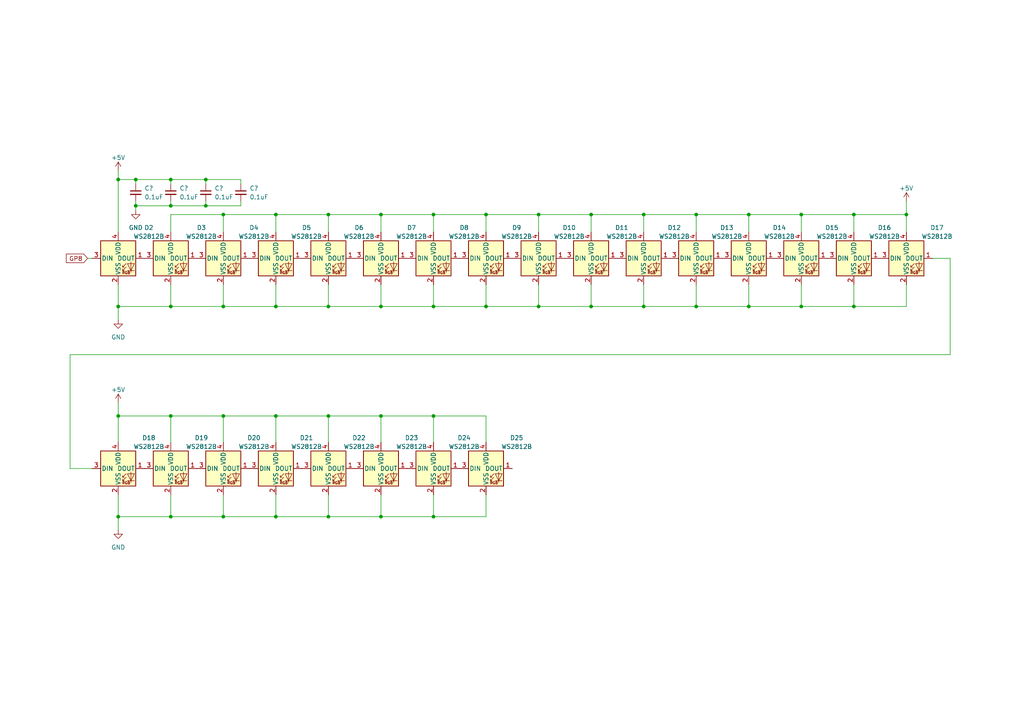
<source format=kicad_sch>
(kicad_sch (version 20230121) (generator eeschema)

  (uuid f7c00132-85f7-4ca3-8dd9-eba1b4ea63a1)

  (paper "A4")

  (lib_symbols
    (symbol "Device:C_Small" (pin_numbers hide) (pin_names (offset 0.254) hide) (in_bom yes) (on_board yes)
      (property "Reference" "C" (at 0.254 1.778 0)
        (effects (font (size 1.27 1.27)) (justify left))
      )
      (property "Value" "C_Small" (at 0.254 -2.032 0)
        (effects (font (size 1.27 1.27)) (justify left))
      )
      (property "Footprint" "" (at 0 0 0)
        (effects (font (size 1.27 1.27)) hide)
      )
      (property "Datasheet" "~" (at 0 0 0)
        (effects (font (size 1.27 1.27)) hide)
      )
      (property "ki_keywords" "capacitor cap" (at 0 0 0)
        (effects (font (size 1.27 1.27)) hide)
      )
      (property "ki_description" "Unpolarized capacitor, small symbol" (at 0 0 0)
        (effects (font (size 1.27 1.27)) hide)
      )
      (property "ki_fp_filters" "C_*" (at 0 0 0)
        (effects (font (size 1.27 1.27)) hide)
      )
      (symbol "C_Small_0_1"
        (polyline
          (pts
            (xy -1.524 -0.508)
            (xy 1.524 -0.508)
          )
          (stroke (width 0.3302) (type default))
          (fill (type none))
        )
        (polyline
          (pts
            (xy -1.524 0.508)
            (xy 1.524 0.508)
          )
          (stroke (width 0.3048) (type default))
          (fill (type none))
        )
      )
      (symbol "C_Small_1_1"
        (pin passive line (at 0 2.54 270) (length 2.032)
          (name "~" (effects (font (size 1.27 1.27))))
          (number "1" (effects (font (size 1.27 1.27))))
        )
        (pin passive line (at 0 -2.54 90) (length 2.032)
          (name "~" (effects (font (size 1.27 1.27))))
          (number "2" (effects (font (size 1.27 1.27))))
        )
      )
    )
    (symbol "LED:WS2812B" (pin_names (offset 0.254)) (in_bom yes) (on_board yes)
      (property "Reference" "D1" (at 8.89 8.89 0)
        (effects (font (size 1.27 1.27)))
      )
      (property "Value" "WS2812B" (at 8.89 6.35 0)
        (effects (font (size 1.27 1.27)))
      )
      (property "Footprint" "LED_SMD:LED_WS2812B-2020_PLCC4_2.0x2.0mm" (at 1.27 -7.62 0)
        (effects (font (size 1.27 1.27)) (justify left top) hide)
      )
      (property "Datasheet" "https://cdn-shop.adafruit.com/datasheets/WS2812B.pdf" (at 2.54 -9.525 0)
        (effects (font (size 1.27 1.27)) (justify left top) hide)
      )
      (property "ki_keywords" "RGB LED NeoPixel addressable" (at 0 0 0)
        (effects (font (size 1.27 1.27)) hide)
      )
      (property "ki_description" "RGB LED with integrated controller" (at 0 0 0)
        (effects (font (size 1.27 1.27)) hide)
      )
      (property "ki_fp_filters" "LED*WS2812*PLCC*5.0x5.0mm*P3.2mm*" (at 0 0 0)
        (effects (font (size 1.27 1.27)) hide)
      )
      (symbol "WS2812B_0_0"
        (text "RGB" (at 2.286 -4.191 0)
          (effects (font (size 0.762 0.762)))
        )
      )
      (symbol "WS2812B_0_1"
        (polyline
          (pts
            (xy 1.27 -3.556)
            (xy 1.778 -3.556)
          )
          (stroke (width 0) (type default))
          (fill (type none))
        )
        (polyline
          (pts
            (xy 1.27 -2.54)
            (xy 1.778 -2.54)
          )
          (stroke (width 0) (type default))
          (fill (type none))
        )
        (polyline
          (pts
            (xy 4.699 -3.556)
            (xy 2.667 -3.556)
          )
          (stroke (width 0) (type default))
          (fill (type none))
        )
        (polyline
          (pts
            (xy 2.286 -2.54)
            (xy 1.27 -3.556)
            (xy 1.27 -3.048)
          )
          (stroke (width 0) (type default))
          (fill (type none))
        )
        (polyline
          (pts
            (xy 2.286 -1.524)
            (xy 1.27 -2.54)
            (xy 1.27 -2.032)
          )
          (stroke (width 0) (type default))
          (fill (type none))
        )
        (polyline
          (pts
            (xy 3.683 -1.016)
            (xy 3.683 -3.556)
            (xy 3.683 -4.064)
          )
          (stroke (width 0) (type default))
          (fill (type none))
        )
        (polyline
          (pts
            (xy 4.699 -1.524)
            (xy 2.667 -1.524)
            (xy 3.683 -3.556)
            (xy 4.699 -1.524)
          )
          (stroke (width 0) (type default))
          (fill (type none))
        )
        (rectangle (start 5.08 5.08) (end -5.08 -5.08)
          (stroke (width 0.254) (type default))
          (fill (type background))
        )
      )
      (symbol "WS2812B_1_1"
        (pin output line (at 7.62 0 180) (length 2.54)
          (name "DOUT" (effects (font (size 1.27 1.27))))
          (number "1" (effects (font (size 1.27 1.27))))
        )
        (pin power_in line (at 0 -7.62 90) (length 2.54)
          (name "VSS" (effects (font (size 1.27 1.27))))
          (number "2" (effects (font (size 1.27 1.27))))
        )
        (pin input line (at -7.62 0 0) (length 2.54)
          (name "DIN" (effects (font (size 1.27 1.27))))
          (number "3" (effects (font (size 1.27 1.27))))
        )
        (pin power_in line (at 0 7.62 270) (length 2.54)
          (name "VDD" (effects (font (size 1.27 1.27))))
          (number "4" (effects (font (size 1.27 1.27))))
        )
      )
    )
    (symbol "power:+5V" (power) (pin_names (offset 0)) (in_bom yes) (on_board yes)
      (property "Reference" "#PWR" (at 0 -3.81 0)
        (effects (font (size 1.27 1.27)) hide)
      )
      (property "Value" "+5V" (at 0 3.556 0)
        (effects (font (size 1.27 1.27)))
      )
      (property "Footprint" "" (at 0 0 0)
        (effects (font (size 1.27 1.27)) hide)
      )
      (property "Datasheet" "" (at 0 0 0)
        (effects (font (size 1.27 1.27)) hide)
      )
      (property "ki_keywords" "global power" (at 0 0 0)
        (effects (font (size 1.27 1.27)) hide)
      )
      (property "ki_description" "Power symbol creates a global label with name \"+5V\"" (at 0 0 0)
        (effects (font (size 1.27 1.27)) hide)
      )
      (symbol "+5V_0_1"
        (polyline
          (pts
            (xy -0.762 1.27)
            (xy 0 2.54)
          )
          (stroke (width 0) (type default))
          (fill (type none))
        )
        (polyline
          (pts
            (xy 0 0)
            (xy 0 2.54)
          )
          (stroke (width 0) (type default))
          (fill (type none))
        )
        (polyline
          (pts
            (xy 0 2.54)
            (xy 0.762 1.27)
          )
          (stroke (width 0) (type default))
          (fill (type none))
        )
      )
      (symbol "+5V_1_1"
        (pin power_in line (at 0 0 90) (length 0) hide
          (name "+5V" (effects (font (size 1.27 1.27))))
          (number "1" (effects (font (size 1.27 1.27))))
        )
      )
    )
    (symbol "power:GND" (power) (pin_names (offset 0)) (in_bom yes) (on_board yes)
      (property "Reference" "#PWR" (at 0 -6.35 0)
        (effects (font (size 1.27 1.27)) hide)
      )
      (property "Value" "GND" (at 0 -3.81 0)
        (effects (font (size 1.27 1.27)))
      )
      (property "Footprint" "" (at 0 0 0)
        (effects (font (size 1.27 1.27)) hide)
      )
      (property "Datasheet" "" (at 0 0 0)
        (effects (font (size 1.27 1.27)) hide)
      )
      (property "ki_keywords" "power-flag" (at 0 0 0)
        (effects (font (size 1.27 1.27)) hide)
      )
      (property "ki_description" "Power symbol creates a global label with name \"GND\" , ground" (at 0 0 0)
        (effects (font (size 1.27 1.27)) hide)
      )
      (symbol "GND_0_1"
        (polyline
          (pts
            (xy 0 0)
            (xy 0 -1.27)
            (xy 1.27 -1.27)
            (xy 0 -2.54)
            (xy -1.27 -1.27)
            (xy 0 -1.27)
          )
          (stroke (width 0) (type default))
          (fill (type none))
        )
      )
      (symbol "GND_1_1"
        (pin power_in line (at 0 0 270) (length 0) hide
          (name "GND" (effects (font (size 1.27 1.27))))
          (number "1" (effects (font (size 1.27 1.27))))
        )
      )
    )
  )

  (junction (at 95.25 62.23) (diameter 0) (color 0 0 0 0)
    (uuid 08f7f357-e2d5-4867-a394-977783328586)
  )
  (junction (at 95.25 149.86) (diameter 0) (color 0 0 0 0)
    (uuid 0e87a1a8-b60b-472d-9d47-336898a7cb48)
  )
  (junction (at 201.93 62.23) (diameter 0) (color 0 0 0 0)
    (uuid 151492ac-2aa9-4aed-9fba-0bc05bd8645c)
  )
  (junction (at 80.01 149.86) (diameter 0) (color 0 0 0 0)
    (uuid 1dbcc120-7925-4ad5-b9ea-e3f6341041f2)
  )
  (junction (at 95.25 88.9) (diameter 0) (color 0 0 0 0)
    (uuid 1dd148a1-ffd1-4fcb-871d-cd6a0334ce57)
  )
  (junction (at 59.69 59.69) (diameter 0) (color 0 0 0 0)
    (uuid 226aff46-0d1c-4902-b271-e85703bbfb5e)
  )
  (junction (at 232.41 62.23) (diameter 0) (color 0 0 0 0)
    (uuid 26848463-18f8-442e-9920-518b6fe9adb2)
  )
  (junction (at 171.45 62.23) (diameter 0) (color 0 0 0 0)
    (uuid 2f8d9aef-5087-409e-b89d-9e5d2a4e525a)
  )
  (junction (at 156.21 88.9) (diameter 0) (color 0 0 0 0)
    (uuid 32b9a5b7-d35b-4c2e-8d00-89e786312977)
  )
  (junction (at 34.29 120.65) (diameter 0) (color 0 0 0 0)
    (uuid 338d4335-70c4-4ada-b598-72432bc45869)
  )
  (junction (at 95.25 120.65) (diameter 0) (color 0 0 0 0)
    (uuid 376c5425-7dfd-46b2-9230-f21d6d62bf65)
  )
  (junction (at 49.53 59.69) (diameter 0) (color 0 0 0 0)
    (uuid 38e92084-1732-4191-9f6a-44e23278816e)
  )
  (junction (at 171.45 88.9) (diameter 0) (color 0 0 0 0)
    (uuid 44345044-3ca1-408a-bf03-7b0088be6c7f)
  )
  (junction (at 80.01 120.65) (diameter 0) (color 0 0 0 0)
    (uuid 50c61bd1-f0b9-486f-ab6e-90f5e2ba8acb)
  )
  (junction (at 125.73 88.9) (diameter 0) (color 0 0 0 0)
    (uuid 534e53a1-657c-4564-874b-9f743de2f7ff)
  )
  (junction (at 49.53 120.65) (diameter 0) (color 0 0 0 0)
    (uuid 54f2a1a9-e521-4be9-b798-55fac67a0d79)
  )
  (junction (at 186.69 62.23) (diameter 0) (color 0 0 0 0)
    (uuid 6185d11b-14b0-4550-8488-849fd7bd63b9)
  )
  (junction (at 110.49 88.9) (diameter 0) (color 0 0 0 0)
    (uuid 61e6529f-885a-4b3d-b3a9-42383663f6a2)
  )
  (junction (at 125.73 149.86) (diameter 0) (color 0 0 0 0)
    (uuid 6632e702-1679-4a2b-bc09-a796abde8909)
  )
  (junction (at 80.01 88.9) (diameter 0) (color 0 0 0 0)
    (uuid 669e9ea7-9c9d-4456-87d5-fa005f2e9328)
  )
  (junction (at 39.37 59.69) (diameter 0) (color 0 0 0 0)
    (uuid 69b54ede-d38f-45cc-84e8-43be21183826)
  )
  (junction (at 64.77 88.9) (diameter 0) (color 0 0 0 0)
    (uuid 826a39db-5a85-4e4b-8942-38a5d18796a7)
  )
  (junction (at 247.65 88.9) (diameter 0) (color 0 0 0 0)
    (uuid 83508e53-a78e-412e-9079-cca42731d618)
  )
  (junction (at 34.29 88.9) (diameter 0) (color 0 0 0 0)
    (uuid 9cf05322-c568-4807-b264-03138b03d888)
  )
  (junction (at 186.69 88.9) (diameter 0) (color 0 0 0 0)
    (uuid a5861ae5-9895-4bc9-819c-f2f41cc95964)
  )
  (junction (at 217.17 88.9) (diameter 0) (color 0 0 0 0)
    (uuid acff906f-6485-4ae7-b4cb-94cc320191b0)
  )
  (junction (at 156.21 62.23) (diameter 0) (color 0 0 0 0)
    (uuid aedb667e-8345-4c0c-b0e2-ca3157620dfa)
  )
  (junction (at 34.29 149.86) (diameter 0) (color 0 0 0 0)
    (uuid b58efd33-05d9-4c64-a808-e84b90a48a75)
  )
  (junction (at 64.77 149.86) (diameter 0) (color 0 0 0 0)
    (uuid baecde6c-4a89-4bd4-82bf-49a03187ac09)
  )
  (junction (at 59.69 52.07) (diameter 0) (color 0 0 0 0)
    (uuid bc59cb00-b6a7-4c07-b742-83bdb982a974)
  )
  (junction (at 110.49 120.65) (diameter 0) (color 0 0 0 0)
    (uuid bd3d8827-9695-42a6-8e0c-cf17fb8d5b6d)
  )
  (junction (at 110.49 149.86) (diameter 0) (color 0 0 0 0)
    (uuid bddb6e4f-91fc-4672-a0fb-722be2552693)
  )
  (junction (at 201.93 88.9) (diameter 0) (color 0 0 0 0)
    (uuid c9184478-c808-4f8c-8f4e-c2fbb124f76d)
  )
  (junction (at 49.53 52.07) (diameter 0) (color 0 0 0 0)
    (uuid cb4ca9a5-035f-486c-b107-24f1a29fb8cd)
  )
  (junction (at 64.77 62.23) (diameter 0) (color 0 0 0 0)
    (uuid cfd75daa-d47c-4a21-8a86-d016e1f1c096)
  )
  (junction (at 110.49 62.23) (diameter 0) (color 0 0 0 0)
    (uuid d36ef9b5-3971-4428-a8ed-75aba445048c)
  )
  (junction (at 232.41 88.9) (diameter 0) (color 0 0 0 0)
    (uuid d60af205-f079-4c9e-8c0e-afae668440dc)
  )
  (junction (at 125.73 62.23) (diameter 0) (color 0 0 0 0)
    (uuid deae9cee-f2d8-4909-acb1-39fd5e4b713c)
  )
  (junction (at 125.73 120.65) (diameter 0) (color 0 0 0 0)
    (uuid e0074cbb-d023-4545-a8f9-a7e45cd006c4)
  )
  (junction (at 64.77 120.65) (diameter 0) (color 0 0 0 0)
    (uuid e00eb093-aff5-437a-a8cc-69c993705918)
  )
  (junction (at 247.65 62.23) (diameter 0) (color 0 0 0 0)
    (uuid e0253067-0ac7-471e-a0ed-2ee08096b5cd)
  )
  (junction (at 80.01 62.23) (diameter 0) (color 0 0 0 0)
    (uuid e4ba1d5b-4d8c-4127-8862-fb244e4f12a9)
  )
  (junction (at 34.29 52.07) (diameter 0) (color 0 0 0 0)
    (uuid e6ad7eed-82d1-48d4-a8fa-2aeb11f15ee5)
  )
  (junction (at 49.53 149.86) (diameter 0) (color 0 0 0 0)
    (uuid ed2683a6-4b7d-4067-96cc-06c8094927b0)
  )
  (junction (at 217.17 62.23) (diameter 0) (color 0 0 0 0)
    (uuid efed70a5-835e-4856-a540-7c059544d809)
  )
  (junction (at 49.53 88.9) (diameter 0) (color 0 0 0 0)
    (uuid f0d62d53-14d1-4340-a8c5-a29b51018f6e)
  )
  (junction (at 140.97 62.23) (diameter 0) (color 0 0 0 0)
    (uuid f197af9d-11ee-419e-9b2e-0a5e6d2fe824)
  )
  (junction (at 262.89 62.23) (diameter 0) (color 0 0 0 0)
    (uuid f8eb3a48-6062-4ec6-bb09-8c7dfcb54e2d)
  )
  (junction (at 140.97 88.9) (diameter 0) (color 0 0 0 0)
    (uuid f9f09786-471d-45fa-a183-0307167ebf28)
  )
  (junction (at 39.37 52.07) (diameter 0) (color 0 0 0 0)
    (uuid fc1cd6e7-d996-46d7-a35e-8afde001039b)
  )

  (wire (pts (xy 49.53 58.42) (xy 49.53 59.69))
    (stroke (width 0) (type default))
    (uuid 0316d1a0-273f-4e9e-a962-025b5e930fde)
  )
  (wire (pts (xy 34.29 149.86) (xy 34.29 153.67))
    (stroke (width 0) (type default))
    (uuid 05cb5981-c6e4-4793-b9e3-0ffedcf54955)
  )
  (wire (pts (xy 201.93 88.9) (xy 217.17 88.9))
    (stroke (width 0) (type default))
    (uuid 062cf347-9bc2-494e-860f-fa9a0eadd084)
  )
  (wire (pts (xy 64.77 120.65) (xy 49.53 120.65))
    (stroke (width 0) (type default))
    (uuid 06ca4825-8a26-40ea-91df-9d949a2a226b)
  )
  (wire (pts (xy 80.01 120.65) (xy 64.77 120.65))
    (stroke (width 0) (type default))
    (uuid 0b62bd4d-63c8-48a0-94fb-dd134261ceb2)
  )
  (wire (pts (xy 69.85 53.34) (xy 69.85 52.07))
    (stroke (width 0) (type default))
    (uuid 0c890938-686f-4ef2-b9ec-9cbe0f64fb58)
  )
  (wire (pts (xy 171.45 88.9) (xy 186.69 88.9))
    (stroke (width 0) (type default))
    (uuid 0d913fa5-9769-41d3-a47b-0691065b29b2)
  )
  (wire (pts (xy 217.17 88.9) (xy 232.41 88.9))
    (stroke (width 0) (type default))
    (uuid 0eac772d-7163-4e7c-a6ca-24a7f5fa583f)
  )
  (wire (pts (xy 34.29 49.53) (xy 34.29 52.07))
    (stroke (width 0) (type default))
    (uuid 0fa2ad8b-d6ba-4e2f-9b46-3a1a6516765f)
  )
  (wire (pts (xy 217.17 62.23) (xy 217.17 67.31))
    (stroke (width 0) (type default))
    (uuid 103ba1b0-380a-4c60-a8a1-58b8b7df014d)
  )
  (wire (pts (xy 49.53 149.86) (xy 64.77 149.86))
    (stroke (width 0) (type default))
    (uuid 1605d1aa-aa88-43c1-b565-65ed2391c550)
  )
  (wire (pts (xy 95.25 82.55) (xy 95.25 88.9))
    (stroke (width 0) (type default))
    (uuid 18d7a7b1-85ac-4a9e-b0c2-4c990a6e3f99)
  )
  (wire (pts (xy 186.69 67.31) (xy 186.69 62.23))
    (stroke (width 0) (type default))
    (uuid 19124eb4-cce7-4739-b9a7-6d6a566ddd8c)
  )
  (wire (pts (xy 275.59 102.87) (xy 20.32 102.87))
    (stroke (width 0) (type default))
    (uuid 1bcf8a7b-b789-4c67-b5ba-b0ec044089ef)
  )
  (wire (pts (xy 275.59 74.93) (xy 275.59 102.87))
    (stroke (width 0) (type default))
    (uuid 1f58c178-17a1-4d2e-b6cc-5ae33bcc986b)
  )
  (wire (pts (xy 247.65 88.9) (xy 262.89 88.9))
    (stroke (width 0) (type default))
    (uuid 1f5f7356-c8bd-43d8-b010-a2222de0af78)
  )
  (wire (pts (xy 110.49 82.55) (xy 110.49 88.9))
    (stroke (width 0) (type default))
    (uuid 2063093f-376f-401f-a3a6-ef89fa1ea8ea)
  )
  (wire (pts (xy 49.53 53.34) (xy 49.53 52.07))
    (stroke (width 0) (type default))
    (uuid 21ff39b6-90c4-42f2-b90b-2c4d07653477)
  )
  (wire (pts (xy 201.93 62.23) (xy 217.17 62.23))
    (stroke (width 0) (type default))
    (uuid 254bb7d1-d12a-4893-b88c-96417f4389b8)
  )
  (wire (pts (xy 140.97 128.27) (xy 140.97 120.65))
    (stroke (width 0) (type default))
    (uuid 26bffdd9-7fb8-45d4-b836-3d7d62bc342c)
  )
  (wire (pts (xy 232.41 88.9) (xy 247.65 88.9))
    (stroke (width 0) (type default))
    (uuid 29c35c3b-56d9-4b0b-ad3a-92f2510dbe31)
  )
  (wire (pts (xy 232.41 82.55) (xy 232.41 88.9))
    (stroke (width 0) (type default))
    (uuid 2b499536-28d7-415b-bbfa-051b3dc06ef3)
  )
  (wire (pts (xy 262.89 58.42) (xy 262.89 62.23))
    (stroke (width 0) (type default))
    (uuid 2d04920d-8fb7-4dc0-8415-415c1535e448)
  )
  (wire (pts (xy 125.73 88.9) (xy 140.97 88.9))
    (stroke (width 0) (type default))
    (uuid 2f80c2fd-b58d-4384-86e7-e5ef2541252e)
  )
  (wire (pts (xy 34.29 143.51) (xy 34.29 149.86))
    (stroke (width 0) (type default))
    (uuid 2f9755c8-0b60-48bc-a2f4-1549fbf7c7ec)
  )
  (wire (pts (xy 39.37 59.69) (xy 39.37 58.42))
    (stroke (width 0) (type default))
    (uuid 34ff8d47-ef14-4651-ae7c-9babed282423)
  )
  (wire (pts (xy 49.53 52.07) (xy 59.69 52.07))
    (stroke (width 0) (type default))
    (uuid 36f2a91d-5aab-4e3a-ae7b-5c9012b566e2)
  )
  (wire (pts (xy 64.77 88.9) (xy 80.01 88.9))
    (stroke (width 0) (type default))
    (uuid 3a9ecc5e-3df2-41a0-ba98-6ac7469deefd)
  )
  (wire (pts (xy 156.21 62.23) (xy 171.45 62.23))
    (stroke (width 0) (type default))
    (uuid 3bdefcaa-8324-4862-baf9-acdc3c1d0923)
  )
  (wire (pts (xy 20.32 135.89) (xy 26.67 135.89))
    (stroke (width 0) (type default))
    (uuid 41c3522b-b401-480b-972d-8cebe7af8d8f)
  )
  (wire (pts (xy 34.29 116.84) (xy 34.29 120.65))
    (stroke (width 0) (type default))
    (uuid 4232346d-d08d-43a9-a3af-1711e44104a5)
  )
  (wire (pts (xy 125.73 120.65) (xy 140.97 120.65))
    (stroke (width 0) (type default))
    (uuid 426c4e5a-2e88-48ea-993b-b51fd970134f)
  )
  (wire (pts (xy 95.25 149.86) (xy 110.49 149.86))
    (stroke (width 0) (type default))
    (uuid 43f66c24-6935-49cb-a8c7-152c3a1c79a1)
  )
  (wire (pts (xy 64.77 149.86) (xy 80.01 149.86))
    (stroke (width 0) (type default))
    (uuid 453580be-a5d0-4c1d-b0fa-23a933d38d32)
  )
  (wire (pts (xy 59.69 59.69) (xy 69.85 59.69))
    (stroke (width 0) (type default))
    (uuid 47084a50-984f-475d-9bea-30d0b28e6e62)
  )
  (wire (pts (xy 39.37 52.07) (xy 49.53 52.07))
    (stroke (width 0) (type default))
    (uuid 4798d878-78cb-40b3-a075-62992f2518dc)
  )
  (wire (pts (xy 247.65 62.23) (xy 262.89 62.23))
    (stroke (width 0) (type default))
    (uuid 4b16675a-bd09-4828-9a51-3fc6cc01060f)
  )
  (wire (pts (xy 110.49 149.86) (xy 125.73 149.86))
    (stroke (width 0) (type default))
    (uuid 4c3d52ea-cccb-46d1-8921-323003e6c46c)
  )
  (wire (pts (xy 171.45 62.23) (xy 171.45 67.31))
    (stroke (width 0) (type default))
    (uuid 4c8323a8-0fbf-49de-b626-e3b08da4c8f9)
  )
  (wire (pts (xy 95.25 143.51) (xy 95.25 149.86))
    (stroke (width 0) (type default))
    (uuid 4c8d1a94-0c4c-4e10-a312-2f58995a27ab)
  )
  (wire (pts (xy 201.93 82.55) (xy 201.93 88.9))
    (stroke (width 0) (type default))
    (uuid 4d546a06-842b-4587-af68-e03150736db6)
  )
  (wire (pts (xy 64.77 120.65) (xy 64.77 128.27))
    (stroke (width 0) (type default))
    (uuid 4dd4d172-8440-4543-9076-ffe83296ffa7)
  )
  (wire (pts (xy 95.25 62.23) (xy 110.49 62.23))
    (stroke (width 0) (type default))
    (uuid 4f4a01db-ffea-4db7-b3ed-3c676c777151)
  )
  (wire (pts (xy 59.69 52.07) (xy 69.85 52.07))
    (stroke (width 0) (type default))
    (uuid 54fdaabd-2ee3-4658-9d28-674d75cf7077)
  )
  (wire (pts (xy 95.25 88.9) (xy 110.49 88.9))
    (stroke (width 0) (type default))
    (uuid 5596070a-d642-4349-98df-accdc9eaf836)
  )
  (wire (pts (xy 39.37 60.96) (xy 39.37 59.69))
    (stroke (width 0) (type default))
    (uuid 573a0b0d-eb6f-411e-af61-e635c4df30df)
  )
  (wire (pts (xy 49.53 88.9) (xy 64.77 88.9))
    (stroke (width 0) (type default))
    (uuid 58093629-d57f-433a-b8ce-21bd292d4ec5)
  )
  (wire (pts (xy 49.53 120.65) (xy 49.53 128.27))
    (stroke (width 0) (type default))
    (uuid 59dc9ef2-6f28-4021-bea9-e54420c1a7db)
  )
  (wire (pts (xy 34.29 120.65) (xy 34.29 128.27))
    (stroke (width 0) (type default))
    (uuid 5a210a6e-9268-4fbe-b2cc-c68cdecda5aa)
  )
  (wire (pts (xy 110.49 143.51) (xy 110.49 149.86))
    (stroke (width 0) (type default))
    (uuid 5cf068ac-6cf3-4514-876a-cc87632f1485)
  )
  (wire (pts (xy 80.01 143.51) (xy 80.01 149.86))
    (stroke (width 0) (type default))
    (uuid 5d70084a-cc5c-49a4-b13c-9890f8d0ac82)
  )
  (wire (pts (xy 39.37 53.34) (xy 39.37 52.07))
    (stroke (width 0) (type default))
    (uuid 5eff048e-76fe-4926-bf76-714680b4eb79)
  )
  (wire (pts (xy 110.49 128.27) (xy 110.49 120.65))
    (stroke (width 0) (type default))
    (uuid 5fab095a-f114-4282-83cb-0f3fc8ba8795)
  )
  (wire (pts (xy 39.37 59.69) (xy 49.53 59.69))
    (stroke (width 0) (type default))
    (uuid 65880aed-7d7f-4a3a-80ad-17d2016e9748)
  )
  (wire (pts (xy 49.53 59.69) (xy 59.69 59.69))
    (stroke (width 0) (type default))
    (uuid 67301db0-4ba3-49ec-aab4-9a7f8a68ec8a)
  )
  (wire (pts (xy 95.25 62.23) (xy 95.25 67.31))
    (stroke (width 0) (type default))
    (uuid 6b7a502a-cf71-4db8-9c7d-351b89df26de)
  )
  (wire (pts (xy 140.97 62.23) (xy 140.97 67.31))
    (stroke (width 0) (type default))
    (uuid 6d62fc3e-7984-4979-bb97-fea5d023e713)
  )
  (wire (pts (xy 125.73 62.23) (xy 140.97 62.23))
    (stroke (width 0) (type default))
    (uuid 6f9b4ed1-0d18-458b-82a5-ebdec9cc6a0b)
  )
  (wire (pts (xy 262.89 62.23) (xy 262.89 67.31))
    (stroke (width 0) (type default))
    (uuid 779bcc3e-3c05-4712-94cb-441d0361861e)
  )
  (wire (pts (xy 232.41 62.23) (xy 232.41 67.31))
    (stroke (width 0) (type default))
    (uuid 77a4f37e-8566-434d-b455-700cebdbfbc2)
  )
  (wire (pts (xy 125.73 120.65) (xy 125.73 128.27))
    (stroke (width 0) (type default))
    (uuid 7801c041-503c-4fef-bc54-dcc015c4390d)
  )
  (wire (pts (xy 125.73 149.86) (xy 140.97 149.86))
    (stroke (width 0) (type default))
    (uuid 82bfec5b-be7f-4003-b7fa-68057cb0e56b)
  )
  (wire (pts (xy 270.51 74.93) (xy 275.59 74.93))
    (stroke (width 0) (type default))
    (uuid 846c9bab-afc0-41c4-853c-6d573cffaf97)
  )
  (wire (pts (xy 49.53 120.65) (xy 34.29 120.65))
    (stroke (width 0) (type default))
    (uuid 85342164-bf2d-4502-a603-38be8a4c86bf)
  )
  (wire (pts (xy 186.69 82.55) (xy 186.69 88.9))
    (stroke (width 0) (type default))
    (uuid 8a8b5190-5e55-43fc-9b5d-c2fbd0f04d3f)
  )
  (wire (pts (xy 201.93 62.23) (xy 201.93 67.31))
    (stroke (width 0) (type default))
    (uuid 8d7103f3-463f-46f5-83b4-a1b521fb2082)
  )
  (wire (pts (xy 247.65 82.55) (xy 247.65 88.9))
    (stroke (width 0) (type default))
    (uuid 8e180073-821f-439c-994a-09da6f0f3957)
  )
  (wire (pts (xy 140.97 88.9) (xy 156.21 88.9))
    (stroke (width 0) (type default))
    (uuid 8e9bdc4c-d6dc-4f29-a3a9-69064fac2629)
  )
  (wire (pts (xy 59.69 52.07) (xy 59.69 53.34))
    (stroke (width 0) (type default))
    (uuid 92a8496b-1600-408c-bfd9-787fab5ffd42)
  )
  (wire (pts (xy 232.41 62.23) (xy 247.65 62.23))
    (stroke (width 0) (type default))
    (uuid 93bab32e-7bb6-4a44-bef6-3dcfcbd304d0)
  )
  (wire (pts (xy 110.49 62.23) (xy 110.49 67.31))
    (stroke (width 0) (type default))
    (uuid 94b273bb-5655-4131-9667-43384b8e999d)
  )
  (wire (pts (xy 34.29 52.07) (xy 34.29 67.31))
    (stroke (width 0) (type default))
    (uuid 95eaf8c5-968d-4630-b794-2c5315ccbace)
  )
  (wire (pts (xy 64.77 143.51) (xy 64.77 149.86))
    (stroke (width 0) (type default))
    (uuid 969215ea-1d50-4276-b626-b8988a62cb91)
  )
  (wire (pts (xy 39.37 52.07) (xy 34.29 52.07))
    (stroke (width 0) (type default))
    (uuid 987d8523-ca26-4b8a-9efd-5f1059d8be77)
  )
  (wire (pts (xy 49.53 67.31) (xy 49.53 62.23))
    (stroke (width 0) (type default))
    (uuid a16b8255-b668-4a7b-9aba-ee0efff0d237)
  )
  (wire (pts (xy 156.21 62.23) (xy 156.21 67.31))
    (stroke (width 0) (type default))
    (uuid a1a4441a-3a86-4ac9-b167-4d7a53c2dea1)
  )
  (wire (pts (xy 69.85 58.42) (xy 69.85 59.69))
    (stroke (width 0) (type default))
    (uuid add59f35-e70f-4c49-8616-e89562edc547)
  )
  (wire (pts (xy 64.77 82.55) (xy 64.77 88.9))
    (stroke (width 0) (type default))
    (uuid ade8ddb9-8ab0-4ca3-8bf0-110bb893f783)
  )
  (wire (pts (xy 186.69 88.9) (xy 201.93 88.9))
    (stroke (width 0) (type default))
    (uuid adf355d0-e090-47f1-af16-3798e3331f95)
  )
  (wire (pts (xy 34.29 82.55) (xy 34.29 88.9))
    (stroke (width 0) (type default))
    (uuid b0c318cc-c8ed-4a17-8ea8-33745081c2f6)
  )
  (wire (pts (xy 80.01 62.23) (xy 80.01 67.31))
    (stroke (width 0) (type default))
    (uuid b1bc2137-f39c-4ad0-91d2-ea95519e4173)
  )
  (wire (pts (xy 217.17 82.55) (xy 217.17 88.9))
    (stroke (width 0) (type default))
    (uuid b3cb812e-1bf9-45ce-9cbb-4fbafb8c2b73)
  )
  (wire (pts (xy 64.77 62.23) (xy 64.77 67.31))
    (stroke (width 0) (type default))
    (uuid b4043f43-5224-4699-99cd-b15229d0a051)
  )
  (wire (pts (xy 110.49 88.9) (xy 125.73 88.9))
    (stroke (width 0) (type default))
    (uuid b5974c00-53f2-4328-b445-c695388eb179)
  )
  (wire (pts (xy 125.73 82.55) (xy 125.73 88.9))
    (stroke (width 0) (type default))
    (uuid ba9332ef-c023-404a-8e85-fa6d09ce13d6)
  )
  (wire (pts (xy 217.17 62.23) (xy 232.41 62.23))
    (stroke (width 0) (type default))
    (uuid c1602656-c0d9-49d6-a07c-22c949637158)
  )
  (wire (pts (xy 110.49 120.65) (xy 125.73 120.65))
    (stroke (width 0) (type default))
    (uuid c1e8abf6-298a-40bb-bd3d-28c6b36a0989)
  )
  (wire (pts (xy 125.73 143.51) (xy 125.73 149.86))
    (stroke (width 0) (type default))
    (uuid c3225201-5c1d-4f78-ade2-49f89a959525)
  )
  (wire (pts (xy 95.25 120.65) (xy 95.25 128.27))
    (stroke (width 0) (type default))
    (uuid c7493eb3-cb39-4142-b5fd-c02404c05773)
  )
  (wire (pts (xy 49.53 82.55) (xy 49.53 88.9))
    (stroke (width 0) (type default))
    (uuid c7989a4a-3ee1-4fcc-b593-5195624a5441)
  )
  (wire (pts (xy 140.97 143.51) (xy 140.97 149.86))
    (stroke (width 0) (type default))
    (uuid cabd9175-ce02-4463-8de6-1e6d0935e1a8)
  )
  (wire (pts (xy 34.29 88.9) (xy 34.29 92.71))
    (stroke (width 0) (type default))
    (uuid cacacec1-dedf-479e-9527-0529e461b0c1)
  )
  (wire (pts (xy 25.4 74.93) (xy 26.67 74.93))
    (stroke (width 0) (type default))
    (uuid d1af9ec0-580a-45fe-b7b9-244e98c47eeb)
  )
  (wire (pts (xy 80.01 82.55) (xy 80.01 88.9))
    (stroke (width 0) (type default))
    (uuid da635f66-164a-44ee-a5f6-0fccf1ead605)
  )
  (wire (pts (xy 49.53 62.23) (xy 64.77 62.23))
    (stroke (width 0) (type default))
    (uuid dadd5748-f77b-4389-95ee-4274e2923310)
  )
  (wire (pts (xy 262.89 82.55) (xy 262.89 88.9))
    (stroke (width 0) (type default))
    (uuid e3b9915b-538c-4590-beb4-fcddcf9b084b)
  )
  (wire (pts (xy 64.77 62.23) (xy 80.01 62.23))
    (stroke (width 0) (type default))
    (uuid e45306e4-b78a-4d2b-bd1b-7a70437a0a30)
  )
  (wire (pts (xy 156.21 82.55) (xy 156.21 88.9))
    (stroke (width 0) (type default))
    (uuid e6a51ea5-b286-4181-a3d1-0479525bc10f)
  )
  (wire (pts (xy 34.29 88.9) (xy 49.53 88.9))
    (stroke (width 0) (type default))
    (uuid e8b39522-d051-4e33-87f4-c164331e0680)
  )
  (wire (pts (xy 140.97 62.23) (xy 156.21 62.23))
    (stroke (width 0) (type default))
    (uuid e91b1bf2-1d7a-4823-ac38-68999e916902)
  )
  (wire (pts (xy 59.69 58.42) (xy 59.69 59.69))
    (stroke (width 0) (type default))
    (uuid e9644d65-a9d1-4bd6-89e9-ccbb9faaff1c)
  )
  (wire (pts (xy 34.29 149.86) (xy 49.53 149.86))
    (stroke (width 0) (type default))
    (uuid e9853806-43b8-4743-b22e-cf333a6bfca4)
  )
  (wire (pts (xy 80.01 88.9) (xy 95.25 88.9))
    (stroke (width 0) (type default))
    (uuid ea37814b-715c-43de-a847-04629a30d248)
  )
  (wire (pts (xy 247.65 62.23) (xy 247.65 67.31))
    (stroke (width 0) (type default))
    (uuid eb4df0c7-95c0-4a9d-87f2-4c24c5f43c94)
  )
  (wire (pts (xy 171.45 82.55) (xy 171.45 88.9))
    (stroke (width 0) (type default))
    (uuid ecbf9ec9-b3ad-483f-8709-c776cfb731f5)
  )
  (wire (pts (xy 20.32 102.87) (xy 20.32 135.89))
    (stroke (width 0) (type default))
    (uuid f00842d5-79c0-40f3-8679-00a0570634d9)
  )
  (wire (pts (xy 49.53 143.51) (xy 49.53 149.86))
    (stroke (width 0) (type default))
    (uuid f02476cb-aede-448a-ae76-c6894b5cfbd8)
  )
  (wire (pts (xy 171.45 62.23) (xy 186.69 62.23))
    (stroke (width 0) (type default))
    (uuid f188df9f-f109-4e62-9fc1-d76cd4ca258a)
  )
  (wire (pts (xy 95.25 120.65) (xy 80.01 120.65))
    (stroke (width 0) (type default))
    (uuid f2f08b34-1e5f-408d-9bfd-1ec878a61b6f)
  )
  (wire (pts (xy 80.01 149.86) (xy 95.25 149.86))
    (stroke (width 0) (type default))
    (uuid f3958cb5-8116-4eb6-9093-f73f02bae2b9)
  )
  (wire (pts (xy 95.25 120.65) (xy 110.49 120.65))
    (stroke (width 0) (type default))
    (uuid f4ff2a70-b7d9-43e1-8d76-10a2ae8b3c64)
  )
  (wire (pts (xy 156.21 88.9) (xy 171.45 88.9))
    (stroke (width 0) (type default))
    (uuid f57c3569-af95-4671-84d8-1c4cea95ab6d)
  )
  (wire (pts (xy 80.01 62.23) (xy 95.25 62.23))
    (stroke (width 0) (type default))
    (uuid f60c44ac-d28c-4440-a14a-348cd95f5cc7)
  )
  (wire (pts (xy 186.69 62.23) (xy 201.93 62.23))
    (stroke (width 0) (type default))
    (uuid f9389e46-83bb-4d5e-b629-a1e99c503790)
  )
  (wire (pts (xy 140.97 82.55) (xy 140.97 88.9))
    (stroke (width 0) (type default))
    (uuid f9bc7bb6-1305-4a17-9b87-71468c4d694d)
  )
  (wire (pts (xy 110.49 62.23) (xy 125.73 62.23))
    (stroke (width 0) (type default))
    (uuid fbaaff89-c352-4f05-a762-b120c760d5f8)
  )
  (wire (pts (xy 80.01 120.65) (xy 80.01 128.27))
    (stroke (width 0) (type default))
    (uuid fbcd760e-cfb2-4a64-8d56-225994afabca)
  )
  (wire (pts (xy 125.73 62.23) (xy 125.73 67.31))
    (stroke (width 0) (type default))
    (uuid fd63188d-e4a3-4e45-a8b6-f265b8bfe9d8)
  )

  (global_label "GP8" (shape input) (at 25.4 74.93 180) (fields_autoplaced)
    (effects (font (size 1.27 1.27)) (justify right))
    (uuid da7ba976-1540-4dc7-964f-0609b9194322)
    (property "Intersheetrefs" "${INTERSHEET_REFS}" (at 18.7447 74.93 0)
      (effects (font (size 1.27 1.27)) (justify right) hide)
    )
  )

  (symbol (lib_id "LED:WS2812B") (at 80.01 135.89 0) (unit 1)
    (in_bom yes) (on_board yes) (dnp no)
    (uuid 0928cc86-0214-4eed-9b4f-4b329b893704)
    (property "Reference" "D21" (at 88.9 127 0)
      (effects (font (size 1.27 1.27)))
    )
    (property "Value" "WS2812B" (at 88.9 129.54 0)
      (effects (font (size 1.27 1.27)))
    )
    (property "Footprint" "LED_SMD:LED_WS2812B-2020_PLCC4_2.0x2.0mm" (at 81.28 143.51 0)
      (effects (font (size 1.27 1.27)) (justify left top) hide)
    )
    (property "Datasheet" "https://cdn-shop.adafruit.com/datasheets/WS2812B.pdf" (at 82.55 145.415 0)
      (effects (font (size 1.27 1.27)) (justify left top) hide)
    )
    (pin "1" (uuid 5f68778b-31b0-404f-9cae-f203df0ca828))
    (pin "2" (uuid da544108-6f19-4fb7-a5b9-3b55d2a37785))
    (pin "3" (uuid c3529d35-8117-4929-bf6a-9010a032e597))
    (pin "4" (uuid dfce088f-fbea-418f-858b-6c3771e525f4))
    (instances
      (project "Force sensor board"
        (path "/f137e4cd-6eab-42ee-a6e0-578fea995183/9c7a9ac9-2fbb-4216-998e-e4a21fbd8477"
          (reference "D21") (unit 1)
        )
      )
    )
  )

  (symbol (lib_id "LED:WS2812B") (at 262.89 74.93 0) (unit 1)
    (in_bom yes) (on_board yes) (dnp no)
    (uuid 09972ce2-b346-429c-ab70-7d2de814210d)
    (property "Reference" "D17" (at 271.78 66.04 0)
      (effects (font (size 1.27 1.27)))
    )
    (property "Value" "WS2812B" (at 271.78 68.58 0)
      (effects (font (size 1.27 1.27)))
    )
    (property "Footprint" "LED_SMD:LED_WS2812B-2020_PLCC4_2.0x2.0mm" (at 264.16 82.55 0)
      (effects (font (size 1.27 1.27)) (justify left top) hide)
    )
    (property "Datasheet" "https://cdn-shop.adafruit.com/datasheets/WS2812B.pdf" (at 265.43 84.455 0)
      (effects (font (size 1.27 1.27)) (justify left top) hide)
    )
    (pin "1" (uuid 9a4acae2-a8c6-4516-b4fc-9d88b9a3ba4b))
    (pin "2" (uuid 847e095c-38af-4c93-a9e4-367e5d5eaeac))
    (pin "3" (uuid 3d625e14-f91c-432a-9e94-a48397b92297))
    (pin "4" (uuid d3239aee-7e82-4800-81a3-efe29888ae27))
    (instances
      (project "Force sensor board"
        (path "/f137e4cd-6eab-42ee-a6e0-578fea995183/9c7a9ac9-2fbb-4216-998e-e4a21fbd8477"
          (reference "D17") (unit 1)
        )
      )
    )
  )

  (symbol (lib_id "power:+5V") (at 262.89 58.42 0) (unit 1)
    (in_bom yes) (on_board yes) (dnp no) (fields_autoplaced)
    (uuid 0bc4a03e-fdea-4322-bf73-3d7b09d8e19d)
    (property "Reference" "#PWR?" (at 262.89 62.23 0)
      (effects (font (size 1.27 1.27)) hide)
    )
    (property "Value" "+5V" (at 262.89 54.61 0)
      (effects (font (size 1.27 1.27)))
    )
    (property "Footprint" "" (at 262.89 58.42 0)
      (effects (font (size 1.27 1.27)) hide)
    )
    (property "Datasheet" "" (at 262.89 58.42 0)
      (effects (font (size 1.27 1.27)) hide)
    )
    (pin "1" (uuid 81618b74-b6b7-4377-963e-41d9796797b8))
    (instances
      (project "Force sensor board"
        (path "/f137e4cd-6eab-42ee-a6e0-578fea995183/71764e63-0511-4a08-b9c4-d1556f5d075a"
          (reference "#PWR?") (unit 1)
        )
        (path "/f137e4cd-6eab-42ee-a6e0-578fea995183/9c7a9ac9-2fbb-4216-998e-e4a21fbd8477"
          (reference "#PWR062") (unit 1)
        )
      )
    )
  )

  (symbol (lib_id "LED:WS2812B") (at 110.49 135.89 0) (unit 1)
    (in_bom yes) (on_board yes) (dnp no)
    (uuid 0bfa04d7-a025-42a3-bf2f-16d93e93bf19)
    (property "Reference" "D23" (at 119.38 127 0)
      (effects (font (size 1.27 1.27)))
    )
    (property "Value" "WS2812B" (at 119.38 129.54 0)
      (effects (font (size 1.27 1.27)))
    )
    (property "Footprint" "LED_SMD:LED_WS2812B-2020_PLCC4_2.0x2.0mm" (at 111.76 143.51 0)
      (effects (font (size 1.27 1.27)) (justify left top) hide)
    )
    (property "Datasheet" "https://cdn-shop.adafruit.com/datasheets/WS2812B.pdf" (at 113.03 145.415 0)
      (effects (font (size 1.27 1.27)) (justify left top) hide)
    )
    (pin "1" (uuid 6f52579c-588d-4159-8cf0-69568b3b856e))
    (pin "2" (uuid 75567413-8f63-4cc6-a452-4be30ee62f91))
    (pin "3" (uuid ec9d1304-9730-421d-b555-63051e64c5ad))
    (pin "4" (uuid c6209039-6f04-49be-a798-f58c73d685f3))
    (instances
      (project "Force sensor board"
        (path "/f137e4cd-6eab-42ee-a6e0-578fea995183/9c7a9ac9-2fbb-4216-998e-e4a21fbd8477"
          (reference "D23") (unit 1)
        )
      )
    )
  )

  (symbol (lib_id "LED:WS2812B") (at 110.49 74.93 0) (unit 1)
    (in_bom yes) (on_board yes) (dnp no)
    (uuid 1287ba8a-6ccb-48cd-b68a-73236e7dc8d6)
    (property "Reference" "D7" (at 119.38 66.04 0)
      (effects (font (size 1.27 1.27)))
    )
    (property "Value" "WS2812B" (at 119.38 68.58 0)
      (effects (font (size 1.27 1.27)))
    )
    (property "Footprint" "LED_SMD:LED_WS2812B-2020_PLCC4_2.0x2.0mm" (at 111.76 82.55 0)
      (effects (font (size 1.27 1.27)) (justify left top) hide)
    )
    (property "Datasheet" "https://cdn-shop.adafruit.com/datasheets/WS2812B.pdf" (at 113.03 84.455 0)
      (effects (font (size 1.27 1.27)) (justify left top) hide)
    )
    (pin "1" (uuid 85fbd3c8-8b14-446b-a36f-e97b6385dd58))
    (pin "2" (uuid 4d21def7-cc12-4067-966b-080367ecf3cb))
    (pin "3" (uuid 0fd40f17-2405-4eed-9cbf-b2233c2841f0))
    (pin "4" (uuid 0b532581-7d4c-46db-89f3-01acddf6de55))
    (instances
      (project "Force sensor board"
        (path "/f137e4cd-6eab-42ee-a6e0-578fea995183/9c7a9ac9-2fbb-4216-998e-e4a21fbd8477"
          (reference "D7") (unit 1)
        )
      )
    )
  )

  (symbol (lib_id "Device:C_Small") (at 69.85 55.88 0) (unit 1)
    (in_bom yes) (on_board yes) (dnp no) (fields_autoplaced)
    (uuid 15c426fe-a139-4e57-b545-9e54dd90c4fe)
    (property "Reference" "C?" (at 72.39 54.6162 0)
      (effects (font (size 1.27 1.27)) (justify left))
    )
    (property "Value" "0.1uF" (at 72.39 57.1562 0)
      (effects (font (size 1.27 1.27)) (justify left))
    )
    (property "Footprint" "Capacitor_SMD:C_0603_1608Metric" (at 69.85 55.88 0)
      (effects (font (size 1.27 1.27)) hide)
    )
    (property "Datasheet" "~" (at 69.85 55.88 0)
      (effects (font (size 1.27 1.27)) hide)
    )
    (pin "1" (uuid 5ae25b5f-ce06-43f7-ab27-e4e1312f0a4b))
    (pin "2" (uuid eae6c3a1-dcfb-4f40-8868-72d2baf3e9c7))
    (instances
      (project "Prometheus_PCB"
        (path "/e45fcfed-f0fa-4774-a755-a370fc083a7b/d1e6e2eb-7008-4676-a994-18bb57665d3b"
          (reference "C?") (unit 1)
        )
      )
      (project "Force sensor board"
        (path "/f137e4cd-6eab-42ee-a6e0-578fea995183/0d915788-e59a-41a6-a701-49ddece7bb46"
          (reference "C?") (unit 1)
        )
        (path "/f137e4cd-6eab-42ee-a6e0-578fea995183/9c7a9ac9-2fbb-4216-998e-e4a21fbd8477"
          (reference "C32") (unit 1)
        )
      )
    )
  )

  (symbol (lib_id "LED:WS2812B") (at 140.97 135.89 0) (unit 1)
    (in_bom yes) (on_board yes) (dnp no)
    (uuid 26092caf-b500-48eb-9e6f-efd23dfa33c6)
    (property "Reference" "D25" (at 149.86 127 0)
      (effects (font (size 1.27 1.27)))
    )
    (property "Value" "WS2812B" (at 149.86 129.54 0)
      (effects (font (size 1.27 1.27)))
    )
    (property "Footprint" "LED_SMD:LED_WS2812B-2020_PLCC4_2.0x2.0mm" (at 142.24 143.51 0)
      (effects (font (size 1.27 1.27)) (justify left top) hide)
    )
    (property "Datasheet" "https://cdn-shop.adafruit.com/datasheets/WS2812B.pdf" (at 143.51 145.415 0)
      (effects (font (size 1.27 1.27)) (justify left top) hide)
    )
    (pin "1" (uuid 154b92dc-941d-4056-96b8-ca6a6f2b3386))
    (pin "2" (uuid bbf91c71-08a2-4966-ba0c-b9f24251b54c))
    (pin "3" (uuid 7a644cfb-1f76-4d04-8671-20fb54259c48))
    (pin "4" (uuid 702859b7-a104-4f5d-b9fb-8bdcd649fc29))
    (instances
      (project "Force sensor board"
        (path "/f137e4cd-6eab-42ee-a6e0-578fea995183/9c7a9ac9-2fbb-4216-998e-e4a21fbd8477"
          (reference "D25") (unit 1)
        )
      )
    )
  )

  (symbol (lib_id "LED:WS2812B") (at 80.01 74.93 0) (unit 1)
    (in_bom yes) (on_board yes) (dnp no)
    (uuid 2be41c2a-7f51-4f15-93dc-ee9b05fa40fc)
    (property "Reference" "D5" (at 88.9 66.04 0)
      (effects (font (size 1.27 1.27)))
    )
    (property "Value" "WS2812B" (at 88.9 68.58 0)
      (effects (font (size 1.27 1.27)))
    )
    (property "Footprint" "LED_SMD:LED_WS2812B-2020_PLCC4_2.0x2.0mm" (at 81.28 82.55 0)
      (effects (font (size 1.27 1.27)) (justify left top) hide)
    )
    (property "Datasheet" "https://cdn-shop.adafruit.com/datasheets/WS2812B.pdf" (at 82.55 84.455 0)
      (effects (font (size 1.27 1.27)) (justify left top) hide)
    )
    (pin "1" (uuid 7bc68d4d-2f9d-4d34-bc06-c0cda554e67e))
    (pin "2" (uuid beaae699-2e38-42ae-a4aa-e7c0a496389e))
    (pin "3" (uuid 98fc471a-a5ea-42df-9b1f-394f6158b15f))
    (pin "4" (uuid 6a92011b-5520-429e-8acb-7fb086e4aabd))
    (instances
      (project "Force sensor board"
        (path "/f137e4cd-6eab-42ee-a6e0-578fea995183/9c7a9ac9-2fbb-4216-998e-e4a21fbd8477"
          (reference "D5") (unit 1)
        )
      )
    )
  )

  (symbol (lib_id "LED:WS2812B") (at 64.77 135.89 0) (unit 1)
    (in_bom yes) (on_board yes) (dnp no)
    (uuid 4a4c1f7d-6d4c-4bc1-ac57-a079e23d4515)
    (property "Reference" "D20" (at 73.66 127 0)
      (effects (font (size 1.27 1.27)))
    )
    (property "Value" "WS2812B" (at 73.66 129.54 0)
      (effects (font (size 1.27 1.27)))
    )
    (property "Footprint" "LED_SMD:LED_WS2812B-2020_PLCC4_2.0x2.0mm" (at 66.04 143.51 0)
      (effects (font (size 1.27 1.27)) (justify left top) hide)
    )
    (property "Datasheet" "https://cdn-shop.adafruit.com/datasheets/WS2812B.pdf" (at 67.31 145.415 0)
      (effects (font (size 1.27 1.27)) (justify left top) hide)
    )
    (pin "1" (uuid 3df94eb2-911f-4af6-9c07-a045a79dfbff))
    (pin "2" (uuid c1a70187-f1e7-4220-a9f7-7b2d21bd8765))
    (pin "3" (uuid 022cec86-7056-4efe-a31e-ee52a15249f3))
    (pin "4" (uuid 07b595b1-08ba-4a93-83c5-3b61eb795714))
    (instances
      (project "Force sensor board"
        (path "/f137e4cd-6eab-42ee-a6e0-578fea995183/9c7a9ac9-2fbb-4216-998e-e4a21fbd8477"
          (reference "D20") (unit 1)
        )
      )
    )
  )

  (symbol (lib_id "LED:WS2812B") (at 201.93 74.93 0) (unit 1)
    (in_bom yes) (on_board yes) (dnp no)
    (uuid 5097c902-b75e-4ec2-b2e5-5b5e917e3f2e)
    (property "Reference" "D13" (at 210.82 66.04 0)
      (effects (font (size 1.27 1.27)))
    )
    (property "Value" "WS2812B" (at 210.82 68.58 0)
      (effects (font (size 1.27 1.27)))
    )
    (property "Footprint" "LED_SMD:LED_WS2812B-2020_PLCC4_2.0x2.0mm" (at 203.2 82.55 0)
      (effects (font (size 1.27 1.27)) (justify left top) hide)
    )
    (property "Datasheet" "https://cdn-shop.adafruit.com/datasheets/WS2812B.pdf" (at 204.47 84.455 0)
      (effects (font (size 1.27 1.27)) (justify left top) hide)
    )
    (pin "1" (uuid 3446bec3-05a5-4712-85ce-dfeca28b3224))
    (pin "2" (uuid a529987d-a7d5-4b05-9445-f4e65e01ae03))
    (pin "3" (uuid 453a67fe-253f-4b0a-b6c0-856dfff0a1f3))
    (pin "4" (uuid 9a1a36c4-03d8-4f69-937f-f69db3586504))
    (instances
      (project "Force sensor board"
        (path "/f137e4cd-6eab-42ee-a6e0-578fea995183/9c7a9ac9-2fbb-4216-998e-e4a21fbd8477"
          (reference "D13") (unit 1)
        )
      )
    )
  )

  (symbol (lib_id "power:+5V") (at 34.29 116.84 0) (unit 1)
    (in_bom yes) (on_board yes) (dnp no) (fields_autoplaced)
    (uuid 527ab7d0-ec77-4ff6-b8c3-8760fed71cd9)
    (property "Reference" "#PWR?" (at 34.29 120.65 0)
      (effects (font (size 1.27 1.27)) hide)
    )
    (property "Value" "+5V" (at 34.29 113.03 0)
      (effects (font (size 1.27 1.27)))
    )
    (property "Footprint" "" (at 34.29 116.84 0)
      (effects (font (size 1.27 1.27)) hide)
    )
    (property "Datasheet" "" (at 34.29 116.84 0)
      (effects (font (size 1.27 1.27)) hide)
    )
    (pin "1" (uuid 675ef540-f458-4cb0-9ea5-3ac59ffcff25))
    (instances
      (project "Force sensor board"
        (path "/f137e4cd-6eab-42ee-a6e0-578fea995183/71764e63-0511-4a08-b9c4-d1556f5d075a"
          (reference "#PWR?") (unit 1)
        )
        (path "/f137e4cd-6eab-42ee-a6e0-578fea995183/9c7a9ac9-2fbb-4216-998e-e4a21fbd8477"
          (reference "#PWR065") (unit 1)
        )
      )
    )
  )

  (symbol (lib_id "Device:C_Small") (at 49.53 55.88 0) (unit 1)
    (in_bom yes) (on_board yes) (dnp no) (fields_autoplaced)
    (uuid 5835800c-527d-4b6e-b927-018c9d1dbaf3)
    (property "Reference" "C?" (at 52.07 54.6162 0)
      (effects (font (size 1.27 1.27)) (justify left))
    )
    (property "Value" "0.1uF" (at 52.07 57.1562 0)
      (effects (font (size 1.27 1.27)) (justify left))
    )
    (property "Footprint" "Capacitor_SMD:C_0603_1608Metric" (at 49.53 55.88 0)
      (effects (font (size 1.27 1.27)) hide)
    )
    (property "Datasheet" "~" (at 49.53 55.88 0)
      (effects (font (size 1.27 1.27)) hide)
    )
    (pin "1" (uuid 00b644cb-d6eb-481e-8d65-82167401fe4d))
    (pin "2" (uuid 83c5db7b-0483-471f-bfaa-cda7023aa567))
    (instances
      (project "Prometheus_PCB"
        (path "/e45fcfed-f0fa-4774-a755-a370fc083a7b/d1e6e2eb-7008-4676-a994-18bb57665d3b"
          (reference "C?") (unit 1)
        )
      )
      (project "Force sensor board"
        (path "/f137e4cd-6eab-42ee-a6e0-578fea995183/0d915788-e59a-41a6-a701-49ddece7bb46"
          (reference "C?") (unit 1)
        )
        (path "/f137e4cd-6eab-42ee-a6e0-578fea995183/9c7a9ac9-2fbb-4216-998e-e4a21fbd8477"
          (reference "C30") (unit 1)
        )
      )
    )
  )

  (symbol (lib_id "LED:WS2812B") (at 95.25 135.89 0) (unit 1)
    (in_bom yes) (on_board yes) (dnp no)
    (uuid 5b22752d-6a78-4b61-8b13-58c2002392fe)
    (property "Reference" "D22" (at 104.14 127 0)
      (effects (font (size 1.27 1.27)))
    )
    (property "Value" "WS2812B" (at 104.14 129.54 0)
      (effects (font (size 1.27 1.27)))
    )
    (property "Footprint" "LED_SMD:LED_WS2812B-2020_PLCC4_2.0x2.0mm" (at 96.52 143.51 0)
      (effects (font (size 1.27 1.27)) (justify left top) hide)
    )
    (property "Datasheet" "https://cdn-shop.adafruit.com/datasheets/WS2812B.pdf" (at 97.79 145.415 0)
      (effects (font (size 1.27 1.27)) (justify left top) hide)
    )
    (pin "1" (uuid da5722c7-af23-4344-882b-19b9401fe67c))
    (pin "2" (uuid eb850d67-a8c0-40a4-b151-c7ee944b032b))
    (pin "3" (uuid a736261d-108c-4c5f-80a9-d71b9aada6cb))
    (pin "4" (uuid 760440d8-25c9-4e8f-bb83-833778b100bc))
    (instances
      (project "Force sensor board"
        (path "/f137e4cd-6eab-42ee-a6e0-578fea995183/9c7a9ac9-2fbb-4216-998e-e4a21fbd8477"
          (reference "D22") (unit 1)
        )
      )
    )
  )

  (symbol (lib_id "LED:WS2812B") (at 156.21 74.93 0) (unit 1)
    (in_bom yes) (on_board yes) (dnp no)
    (uuid 5c386214-94c6-468a-8766-825ad6770db7)
    (property "Reference" "D10" (at 165.1 66.04 0)
      (effects (font (size 1.27 1.27)))
    )
    (property "Value" "WS2812B" (at 165.1 68.58 0)
      (effects (font (size 1.27 1.27)))
    )
    (property "Footprint" "LED_SMD:LED_WS2812B-2020_PLCC4_2.0x2.0mm" (at 157.48 82.55 0)
      (effects (font (size 1.27 1.27)) (justify left top) hide)
    )
    (property "Datasheet" "https://cdn-shop.adafruit.com/datasheets/WS2812B.pdf" (at 158.75 84.455 0)
      (effects (font (size 1.27 1.27)) (justify left top) hide)
    )
    (pin "1" (uuid f357f61a-23ce-4866-b1a8-ce95acff7948))
    (pin "2" (uuid 4132f2cc-e4ed-4a77-aac8-53fa81d51d52))
    (pin "3" (uuid 8d6e9004-0b0d-4d90-8ec0-092aadc5e948))
    (pin "4" (uuid 6c84b2bc-e298-4e92-a830-2b0872fadaa2))
    (instances
      (project "Force sensor board"
        (path "/f137e4cd-6eab-42ee-a6e0-578fea995183/9c7a9ac9-2fbb-4216-998e-e4a21fbd8477"
          (reference "D10") (unit 1)
        )
      )
    )
  )

  (symbol (lib_id "LED:WS2812B") (at 140.97 74.93 0) (unit 1)
    (in_bom yes) (on_board yes) (dnp no)
    (uuid 5c607132-2541-4252-831d-04956b7b22d2)
    (property "Reference" "D9" (at 149.86 66.04 0)
      (effects (font (size 1.27 1.27)))
    )
    (property "Value" "WS2812B" (at 149.86 68.58 0)
      (effects (font (size 1.27 1.27)))
    )
    (property "Footprint" "LED_SMD:LED_WS2812B-2020_PLCC4_2.0x2.0mm" (at 142.24 82.55 0)
      (effects (font (size 1.27 1.27)) (justify left top) hide)
    )
    (property "Datasheet" "https://cdn-shop.adafruit.com/datasheets/WS2812B.pdf" (at 143.51 84.455 0)
      (effects (font (size 1.27 1.27)) (justify left top) hide)
    )
    (pin "1" (uuid 6e2401a8-957e-4075-a479-86a6b774e476))
    (pin "2" (uuid 5c49f1aa-b314-4b68-b211-e18687b8e403))
    (pin "3" (uuid a7fa063c-32a8-4210-aed0-7b41f9a21c16))
    (pin "4" (uuid 2cf0cfbd-03d2-427b-8b2c-2acd27ac151d))
    (instances
      (project "Force sensor board"
        (path "/f137e4cd-6eab-42ee-a6e0-578fea995183/9c7a9ac9-2fbb-4216-998e-e4a21fbd8477"
          (reference "D9") (unit 1)
        )
      )
    )
  )

  (symbol (lib_id "LED:WS2812B") (at 217.17 74.93 0) (unit 1)
    (in_bom yes) (on_board yes) (dnp no)
    (uuid 641164d2-7b5e-4766-a6cc-7cb85b95a714)
    (property "Reference" "D14" (at 226.06 66.04 0)
      (effects (font (size 1.27 1.27)))
    )
    (property "Value" "WS2812B" (at 226.06 68.58 0)
      (effects (font (size 1.27 1.27)))
    )
    (property "Footprint" "LED_SMD:LED_WS2812B-2020_PLCC4_2.0x2.0mm" (at 218.44 82.55 0)
      (effects (font (size 1.27 1.27)) (justify left top) hide)
    )
    (property "Datasheet" "https://cdn-shop.adafruit.com/datasheets/WS2812B.pdf" (at 219.71 84.455 0)
      (effects (font (size 1.27 1.27)) (justify left top) hide)
    )
    (pin "1" (uuid 2ae2a658-2f51-45f5-a9da-86d224df048d))
    (pin "2" (uuid f3bafc80-cabe-426e-977e-08d46813b16e))
    (pin "3" (uuid fb986e29-59be-4f5e-a7b5-0d5a1234e2a4))
    (pin "4" (uuid 28d79412-6e30-425b-9074-df25162f9133))
    (instances
      (project "Force sensor board"
        (path "/f137e4cd-6eab-42ee-a6e0-578fea995183/9c7a9ac9-2fbb-4216-998e-e4a21fbd8477"
          (reference "D14") (unit 1)
        )
      )
    )
  )

  (symbol (lib_id "LED:WS2812B") (at 247.65 74.93 0) (unit 1)
    (in_bom yes) (on_board yes) (dnp no)
    (uuid 6d182b50-acf6-4593-8133-90b28d53b54d)
    (property "Reference" "D16" (at 256.54 66.04 0)
      (effects (font (size 1.27 1.27)))
    )
    (property "Value" "WS2812B" (at 256.54 68.58 0)
      (effects (font (size 1.27 1.27)))
    )
    (property "Footprint" "LED_SMD:LED_WS2812B-2020_PLCC4_2.0x2.0mm" (at 248.92 82.55 0)
      (effects (font (size 1.27 1.27)) (justify left top) hide)
    )
    (property "Datasheet" "https://cdn-shop.adafruit.com/datasheets/WS2812B.pdf" (at 250.19 84.455 0)
      (effects (font (size 1.27 1.27)) (justify left top) hide)
    )
    (pin "1" (uuid dfae6e22-acba-4748-9b22-7b746675cbde))
    (pin "2" (uuid 2caf8eea-ca67-42c7-8b87-42d6df3f11b5))
    (pin "3" (uuid 25b7c585-c3d8-47f2-880c-6313d49be20c))
    (pin "4" (uuid 294e42f2-e6fd-49de-8302-101b5b7fa883))
    (instances
      (project "Force sensor board"
        (path "/f137e4cd-6eab-42ee-a6e0-578fea995183/9c7a9ac9-2fbb-4216-998e-e4a21fbd8477"
          (reference "D16") (unit 1)
        )
      )
    )
  )

  (symbol (lib_id "power:GND") (at 34.29 92.71 0) (unit 1)
    (in_bom yes) (on_board yes) (dnp no) (fields_autoplaced)
    (uuid 7d6387c8-7b18-4db9-a71e-e8638686f36a)
    (property "Reference" "#PWR?" (at 34.29 99.06 0)
      (effects (font (size 1.27 1.27)) hide)
    )
    (property "Value" "GND" (at 34.29 97.79 0)
      (effects (font (size 1.27 1.27)))
    )
    (property "Footprint" "" (at 34.29 92.71 0)
      (effects (font (size 1.27 1.27)) hide)
    )
    (property "Datasheet" "" (at 34.29 92.71 0)
      (effects (font (size 1.27 1.27)) hide)
    )
    (pin "1" (uuid 461932fb-651a-4b3b-afd4-ce2f48184170))
    (instances
      (project "Prometheus_PCB"
        (path "/e45fcfed-f0fa-4774-a755-a370fc083a7b/d1e6e2eb-7008-4676-a994-18bb57665d3b"
          (reference "#PWR?") (unit 1)
        )
      )
      (project "Force sensor board"
        (path "/f137e4cd-6eab-42ee-a6e0-578fea995183/0d915788-e59a-41a6-a701-49ddece7bb46"
          (reference "#PWR?") (unit 1)
        )
        (path "/f137e4cd-6eab-42ee-a6e0-578fea995183/9c7a9ac9-2fbb-4216-998e-e4a21fbd8477"
          (reference "#PWR064") (unit 1)
        )
      )
    )
  )

  (symbol (lib_id "LED:WS2812B") (at 232.41 74.93 0) (unit 1)
    (in_bom yes) (on_board yes) (dnp no)
    (uuid 7de25dcc-3d89-4fd3-8514-fd4f1e0b58cd)
    (property "Reference" "D15" (at 241.3 66.04 0)
      (effects (font (size 1.27 1.27)))
    )
    (property "Value" "WS2812B" (at 241.3 68.58 0)
      (effects (font (size 1.27 1.27)))
    )
    (property "Footprint" "LED_SMD:LED_WS2812B-2020_PLCC4_2.0x2.0mm" (at 233.68 82.55 0)
      (effects (font (size 1.27 1.27)) (justify left top) hide)
    )
    (property "Datasheet" "https://cdn-shop.adafruit.com/datasheets/WS2812B.pdf" (at 234.95 84.455 0)
      (effects (font (size 1.27 1.27)) (justify left top) hide)
    )
    (pin "1" (uuid 58555a4c-2a7f-4bc9-a296-038ea2500112))
    (pin "2" (uuid 948fcb91-4d8c-4cc4-bbc0-2a307bb57a76))
    (pin "3" (uuid aba2b606-30fc-419e-8edf-938e2ee5ebab))
    (pin "4" (uuid 469e0f1f-045b-4409-9515-8e04ae98a90b))
    (instances
      (project "Force sensor board"
        (path "/f137e4cd-6eab-42ee-a6e0-578fea995183/9c7a9ac9-2fbb-4216-998e-e4a21fbd8477"
          (reference "D15") (unit 1)
        )
      )
    )
  )

  (symbol (lib_id "LED:WS2812B") (at 34.29 74.93 0) (unit 1)
    (in_bom yes) (on_board yes) (dnp no)
    (uuid 8661c0f1-a304-49a7-9e18-e1ce3df2240a)
    (property "Reference" "D2" (at 43.18 66.04 0)
      (effects (font (size 1.27 1.27)))
    )
    (property "Value" "WS2812B" (at 43.18 68.58 0)
      (effects (font (size 1.27 1.27)))
    )
    (property "Footprint" "LED_SMD:LED_WS2812B-2020_PLCC4_2.0x2.0mm" (at 35.56 82.55 0)
      (effects (font (size 1.27 1.27)) (justify left top) hide)
    )
    (property "Datasheet" "https://cdn-shop.adafruit.com/datasheets/WS2812B.pdf" (at 36.83 84.455 0)
      (effects (font (size 1.27 1.27)) (justify left top) hide)
    )
    (pin "1" (uuid 2285ee87-5dc6-4c98-8e53-6f8cb0b3c4d2))
    (pin "2" (uuid 468cdea9-7d3a-41f1-afe2-60caae1954e6))
    (pin "3" (uuid 39ce8cb4-dc28-4f9a-92a5-563b7299e981))
    (pin "4" (uuid 9bccc202-af19-4de4-a705-0df8501ecb60))
    (instances
      (project "Force sensor board"
        (path "/f137e4cd-6eab-42ee-a6e0-578fea995183/9c7a9ac9-2fbb-4216-998e-e4a21fbd8477"
          (reference "D2") (unit 1)
        )
      )
    )
  )

  (symbol (lib_id "LED:WS2812B") (at 49.53 74.93 0) (unit 1)
    (in_bom yes) (on_board yes) (dnp no)
    (uuid 8d30a565-8bba-4b9b-b360-83a9b24d4498)
    (property "Reference" "D3" (at 58.42 66.04 0)
      (effects (font (size 1.27 1.27)))
    )
    (property "Value" "WS2812B" (at 58.42 68.58 0)
      (effects (font (size 1.27 1.27)))
    )
    (property "Footprint" "LED_SMD:LED_WS2812B-2020_PLCC4_2.0x2.0mm" (at 50.8 82.55 0)
      (effects (font (size 1.27 1.27)) (justify left top) hide)
    )
    (property "Datasheet" "https://cdn-shop.adafruit.com/datasheets/WS2812B.pdf" (at 52.07 84.455 0)
      (effects (font (size 1.27 1.27)) (justify left top) hide)
    )
    (pin "1" (uuid 57fe3b05-d934-483c-ac7f-faf7c98de142))
    (pin "2" (uuid 8f40d393-0214-4624-99b7-289d3fb787f2))
    (pin "3" (uuid bf830e93-dff0-491d-8af9-272c627bb2f8))
    (pin "4" (uuid ad6a9643-9c90-475a-9e65-a06341ff9e05))
    (instances
      (project "Force sensor board"
        (path "/f137e4cd-6eab-42ee-a6e0-578fea995183/9c7a9ac9-2fbb-4216-998e-e4a21fbd8477"
          (reference "D3") (unit 1)
        )
      )
    )
  )

  (symbol (lib_id "LED:WS2812B") (at 34.29 135.89 0) (unit 1)
    (in_bom yes) (on_board yes) (dnp no)
    (uuid 9d6e02fa-e13e-435e-b7bb-fbf48870d963)
    (property "Reference" "D18" (at 43.18 127 0)
      (effects (font (size 1.27 1.27)))
    )
    (property "Value" "WS2812B" (at 43.18 129.54 0)
      (effects (font (size 1.27 1.27)))
    )
    (property "Footprint" "LED_SMD:LED_WS2812B-2020_PLCC4_2.0x2.0mm" (at 35.56 143.51 0)
      (effects (font (size 1.27 1.27)) (justify left top) hide)
    )
    (property "Datasheet" "https://cdn-shop.adafruit.com/datasheets/WS2812B.pdf" (at 36.83 145.415 0)
      (effects (font (size 1.27 1.27)) (justify left top) hide)
    )
    (pin "1" (uuid 1b690921-b09e-420e-9e5a-5e3e397e752e))
    (pin "2" (uuid 95f6874c-4b70-4084-945d-9930b68f7362))
    (pin "3" (uuid e8de5d2c-e3db-4e24-9cf9-4a3850747b36))
    (pin "4" (uuid 33c5e9c3-18fd-4fe9-805a-293789541e53))
    (instances
      (project "Force sensor board"
        (path "/f137e4cd-6eab-42ee-a6e0-578fea995183/9c7a9ac9-2fbb-4216-998e-e4a21fbd8477"
          (reference "D18") (unit 1)
        )
      )
    )
  )

  (symbol (lib_id "power:GND") (at 34.29 153.67 0) (unit 1)
    (in_bom yes) (on_board yes) (dnp no) (fields_autoplaced)
    (uuid a1b63412-91ad-4b92-9a2f-f4d81ee75137)
    (property "Reference" "#PWR?" (at 34.29 160.02 0)
      (effects (font (size 1.27 1.27)) hide)
    )
    (property "Value" "GND" (at 34.29 158.75 0)
      (effects (font (size 1.27 1.27)))
    )
    (property "Footprint" "" (at 34.29 153.67 0)
      (effects (font (size 1.27 1.27)) hide)
    )
    (property "Datasheet" "" (at 34.29 153.67 0)
      (effects (font (size 1.27 1.27)) hide)
    )
    (pin "1" (uuid a689d52e-131e-4ec4-8c1b-2a7121cb1732))
    (instances
      (project "Prometheus_PCB"
        (path "/e45fcfed-f0fa-4774-a755-a370fc083a7b/d1e6e2eb-7008-4676-a994-18bb57665d3b"
          (reference "#PWR?") (unit 1)
        )
      )
      (project "Force sensor board"
        (path "/f137e4cd-6eab-42ee-a6e0-578fea995183/0d915788-e59a-41a6-a701-49ddece7bb46"
          (reference "#PWR?") (unit 1)
        )
        (path "/f137e4cd-6eab-42ee-a6e0-578fea995183/9c7a9ac9-2fbb-4216-998e-e4a21fbd8477"
          (reference "#PWR066") (unit 1)
        )
      )
    )
  )

  (symbol (lib_id "power:GND") (at 39.37 60.96 0) (unit 1)
    (in_bom yes) (on_board yes) (dnp no) (fields_autoplaced)
    (uuid a8ab0dd4-aa5d-451e-8401-7b156ae342fd)
    (property "Reference" "#PWR?" (at 39.37 67.31 0)
      (effects (font (size 1.27 1.27)) hide)
    )
    (property "Value" "GND" (at 39.37 66.04 0)
      (effects (font (size 1.27 1.27)))
    )
    (property "Footprint" "" (at 39.37 60.96 0)
      (effects (font (size 1.27 1.27)) hide)
    )
    (property "Datasheet" "" (at 39.37 60.96 0)
      (effects (font (size 1.27 1.27)) hide)
    )
    (pin "1" (uuid 2bfe43eb-c2cd-4128-b207-ade008bc882c))
    (instances
      (project "Prometheus_PCB"
        (path "/e45fcfed-f0fa-4774-a755-a370fc083a7b/d1e6e2eb-7008-4676-a994-18bb57665d3b"
          (reference "#PWR?") (unit 1)
        )
      )
      (project "Force sensor board"
        (path "/f137e4cd-6eab-42ee-a6e0-578fea995183/0d915788-e59a-41a6-a701-49ddece7bb46"
          (reference "#PWR?") (unit 1)
        )
        (path "/f137e4cd-6eab-42ee-a6e0-578fea995183/9c7a9ac9-2fbb-4216-998e-e4a21fbd8477"
          (reference "#PWR063") (unit 1)
        )
      )
    )
  )

  (symbol (lib_id "LED:WS2812B") (at 95.25 74.93 0) (unit 1)
    (in_bom yes) (on_board yes) (dnp no)
    (uuid b20ed8f6-59e3-4d30-b979-86390f78be95)
    (property "Reference" "D6" (at 104.14 66.04 0)
      (effects (font (size 1.27 1.27)))
    )
    (property "Value" "WS2812B" (at 104.14 68.58 0)
      (effects (font (size 1.27 1.27)))
    )
    (property "Footprint" "LED_SMD:LED_WS2812B-2020_PLCC4_2.0x2.0mm" (at 96.52 82.55 0)
      (effects (font (size 1.27 1.27)) (justify left top) hide)
    )
    (property "Datasheet" "https://cdn-shop.adafruit.com/datasheets/WS2812B.pdf" (at 97.79 84.455 0)
      (effects (font (size 1.27 1.27)) (justify left top) hide)
    )
    (pin "1" (uuid 188bbf2e-91b9-40e0-b09e-494d6efbc52a))
    (pin "2" (uuid 5fc60c61-9639-418a-88cc-0e0b794f9abd))
    (pin "3" (uuid 70186d69-12da-4e8c-b52e-ce4ad51fc014))
    (pin "4" (uuid bec01de5-4794-4e3c-9926-4fadf0087c6a))
    (instances
      (project "Force sensor board"
        (path "/f137e4cd-6eab-42ee-a6e0-578fea995183/9c7a9ac9-2fbb-4216-998e-e4a21fbd8477"
          (reference "D6") (unit 1)
        )
      )
    )
  )

  (symbol (lib_id "Device:C_Small") (at 59.69 55.88 0) (unit 1)
    (in_bom yes) (on_board yes) (dnp no) (fields_autoplaced)
    (uuid b5551338-687d-400e-b3b3-0be1ad272adc)
    (property "Reference" "C?" (at 62.23 54.6162 0)
      (effects (font (size 1.27 1.27)) (justify left))
    )
    (property "Value" "0.1uF" (at 62.23 57.1562 0)
      (effects (font (size 1.27 1.27)) (justify left))
    )
    (property "Footprint" "Capacitor_SMD:C_0603_1608Metric" (at 59.69 55.88 0)
      (effects (font (size 1.27 1.27)) hide)
    )
    (property "Datasheet" "~" (at 59.69 55.88 0)
      (effects (font (size 1.27 1.27)) hide)
    )
    (pin "1" (uuid a778fd86-c2cb-43d5-933f-60b9532d7ca6))
    (pin "2" (uuid 55c12f85-2178-4294-829e-58c95be5da41))
    (instances
      (project "Prometheus_PCB"
        (path "/e45fcfed-f0fa-4774-a755-a370fc083a7b/d1e6e2eb-7008-4676-a994-18bb57665d3b"
          (reference "C?") (unit 1)
        )
      )
      (project "Force sensor board"
        (path "/f137e4cd-6eab-42ee-a6e0-578fea995183/0d915788-e59a-41a6-a701-49ddece7bb46"
          (reference "C?") (unit 1)
        )
        (path "/f137e4cd-6eab-42ee-a6e0-578fea995183/9c7a9ac9-2fbb-4216-998e-e4a21fbd8477"
          (reference "C31") (unit 1)
        )
      )
    )
  )

  (symbol (lib_id "LED:WS2812B") (at 171.45 74.93 0) (unit 1)
    (in_bom yes) (on_board yes) (dnp no)
    (uuid bab00f3d-6fcd-49e4-a174-257d077fad9e)
    (property "Reference" "D11" (at 180.34 66.04 0)
      (effects (font (size 1.27 1.27)))
    )
    (property "Value" "WS2812B" (at 180.34 68.58 0)
      (effects (font (size 1.27 1.27)))
    )
    (property "Footprint" "LED_SMD:LED_WS2812B-2020_PLCC4_2.0x2.0mm" (at 172.72 82.55 0)
      (effects (font (size 1.27 1.27)) (justify left top) hide)
    )
    (property "Datasheet" "https://cdn-shop.adafruit.com/datasheets/WS2812B.pdf" (at 173.99 84.455 0)
      (effects (font (size 1.27 1.27)) (justify left top) hide)
    )
    (pin "1" (uuid 630e977a-ebb8-4e13-be01-f03e2ed2df31))
    (pin "2" (uuid 34f64c0f-5502-4e26-8ecc-6590b5febfae))
    (pin "3" (uuid 17825cc9-b342-44bd-acd0-55b067fd8efc))
    (pin "4" (uuid c2ce34ea-0ff1-46ed-90e0-f1be261c1712))
    (instances
      (project "Force sensor board"
        (path "/f137e4cd-6eab-42ee-a6e0-578fea995183/9c7a9ac9-2fbb-4216-998e-e4a21fbd8477"
          (reference "D11") (unit 1)
        )
      )
    )
  )

  (symbol (lib_id "LED:WS2812B") (at 125.73 135.89 0) (unit 1)
    (in_bom yes) (on_board yes) (dnp no)
    (uuid c24dbba5-1c0e-49e3-89ef-5cdb430c7ff7)
    (property "Reference" "D24" (at 134.62 127 0)
      (effects (font (size 1.27 1.27)))
    )
    (property "Value" "WS2812B" (at 134.62 129.54 0)
      (effects (font (size 1.27 1.27)))
    )
    (property "Footprint" "LED_SMD:LED_WS2812B-2020_PLCC4_2.0x2.0mm" (at 127 143.51 0)
      (effects (font (size 1.27 1.27)) (justify left top) hide)
    )
    (property "Datasheet" "https://cdn-shop.adafruit.com/datasheets/WS2812B.pdf" (at 128.27 145.415 0)
      (effects (font (size 1.27 1.27)) (justify left top) hide)
    )
    (pin "1" (uuid 72d68b07-00eb-479c-8a77-c144a65265eb))
    (pin "2" (uuid e1941ee6-f0cb-47d6-9d1f-2e1953636207))
    (pin "3" (uuid 43794934-67dd-4e20-b2d4-89481d11ea75))
    (pin "4" (uuid 1d115511-ebd7-468f-bda5-08f0390174e4))
    (instances
      (project "Force sensor board"
        (path "/f137e4cd-6eab-42ee-a6e0-578fea995183/9c7a9ac9-2fbb-4216-998e-e4a21fbd8477"
          (reference "D24") (unit 1)
        )
      )
    )
  )

  (symbol (lib_id "LED:WS2812B") (at 125.73 74.93 0) (unit 1)
    (in_bom yes) (on_board yes) (dnp no)
    (uuid cacfdb6a-7212-4190-8b61-c3b13d06871e)
    (property "Reference" "D8" (at 134.62 66.04 0)
      (effects (font (size 1.27 1.27)))
    )
    (property "Value" "WS2812B" (at 134.62 68.58 0)
      (effects (font (size 1.27 1.27)))
    )
    (property "Footprint" "LED_SMD:LED_WS2812B-2020_PLCC4_2.0x2.0mm" (at 127 82.55 0)
      (effects (font (size 1.27 1.27)) (justify left top) hide)
    )
    (property "Datasheet" "https://cdn-shop.adafruit.com/datasheets/WS2812B.pdf" (at 128.27 84.455 0)
      (effects (font (size 1.27 1.27)) (justify left top) hide)
    )
    (pin "1" (uuid d6cbbdce-2740-486b-b685-78309e51467f))
    (pin "2" (uuid 74e0adf2-de75-4bfb-a1de-f9ff1c71627c))
    (pin "3" (uuid 41cecbfc-b5ce-40a0-9203-7b76fffbf9be))
    (pin "4" (uuid a15cce74-43b8-46f7-a82d-8e14cabc459f))
    (instances
      (project "Force sensor board"
        (path "/f137e4cd-6eab-42ee-a6e0-578fea995183/9c7a9ac9-2fbb-4216-998e-e4a21fbd8477"
          (reference "D8") (unit 1)
        )
      )
    )
  )

  (symbol (lib_id "LED:WS2812B") (at 49.53 135.89 0) (unit 1)
    (in_bom yes) (on_board yes) (dnp no)
    (uuid d3a8e698-01b9-4db1-a516-3b78ea6dd67e)
    (property "Reference" "D19" (at 58.42 127 0)
      (effects (font (size 1.27 1.27)))
    )
    (property "Value" "WS2812B" (at 58.42 129.54 0)
      (effects (font (size 1.27 1.27)))
    )
    (property "Footprint" "LED_SMD:LED_WS2812B-2020_PLCC4_2.0x2.0mm" (at 50.8 143.51 0)
      (effects (font (size 1.27 1.27)) (justify left top) hide)
    )
    (property "Datasheet" "https://cdn-shop.adafruit.com/datasheets/WS2812B.pdf" (at 52.07 145.415 0)
      (effects (font (size 1.27 1.27)) (justify left top) hide)
    )
    (pin "1" (uuid 36bb1694-4735-40c1-8165-7ce95937188b))
    (pin "2" (uuid b8575fb2-0ae4-44e2-9dff-563591496497))
    (pin "3" (uuid b7ccec1b-d811-4050-97db-eaa352ea91bf))
    (pin "4" (uuid 23f930e0-6997-4db1-9287-d759ff78cc96))
    (instances
      (project "Force sensor board"
        (path "/f137e4cd-6eab-42ee-a6e0-578fea995183/9c7a9ac9-2fbb-4216-998e-e4a21fbd8477"
          (reference "D19") (unit 1)
        )
      )
    )
  )

  (symbol (lib_id "power:+5V") (at 34.29 49.53 0) (unit 1)
    (in_bom yes) (on_board yes) (dnp no) (fields_autoplaced)
    (uuid e10485a2-fb37-44e0-b259-d87bf7bfb204)
    (property "Reference" "#PWR?" (at 34.29 53.34 0)
      (effects (font (size 1.27 1.27)) hide)
    )
    (property "Value" "+5V" (at 34.29 45.72 0)
      (effects (font (size 1.27 1.27)))
    )
    (property "Footprint" "" (at 34.29 49.53 0)
      (effects (font (size 1.27 1.27)) hide)
    )
    (property "Datasheet" "" (at 34.29 49.53 0)
      (effects (font (size 1.27 1.27)) hide)
    )
    (pin "1" (uuid 1459b385-51d6-465f-8cff-e93d863195bd))
    (instances
      (project "Force sensor board"
        (path "/f137e4cd-6eab-42ee-a6e0-578fea995183/71764e63-0511-4a08-b9c4-d1556f5d075a"
          (reference "#PWR?") (unit 1)
        )
        (path "/f137e4cd-6eab-42ee-a6e0-578fea995183/9c7a9ac9-2fbb-4216-998e-e4a21fbd8477"
          (reference "#PWR061") (unit 1)
        )
      )
    )
  )

  (symbol (lib_id "LED:WS2812B") (at 186.69 74.93 0) (unit 1)
    (in_bom yes) (on_board yes) (dnp no)
    (uuid e7664b27-4e62-4739-bdbf-b4417b07fdba)
    (property "Reference" "D12" (at 195.58 66.04 0)
      (effects (font (size 1.27 1.27)))
    )
    (property "Value" "WS2812B" (at 195.58 68.58 0)
      (effects (font (size 1.27 1.27)))
    )
    (property "Footprint" "LED_SMD:LED_WS2812B-2020_PLCC4_2.0x2.0mm" (at 187.96 82.55 0)
      (effects (font (size 1.27 1.27)) (justify left top) hide)
    )
    (property "Datasheet" "https://cdn-shop.adafruit.com/datasheets/WS2812B.pdf" (at 189.23 84.455 0)
      (effects (font (size 1.27 1.27)) (justify left top) hide)
    )
    (pin "1" (uuid 1ca69bba-5405-412a-8c01-26f919d15de6))
    (pin "2" (uuid 4dedc008-5542-41a7-b17f-1560daef543f))
    (pin "3" (uuid f1978efd-d80b-4943-8678-58a9a276ed32))
    (pin "4" (uuid 39f1e1be-f51d-4bd9-a03b-43258e4eff3f))
    (instances
      (project "Force sensor board"
        (path "/f137e4cd-6eab-42ee-a6e0-578fea995183/9c7a9ac9-2fbb-4216-998e-e4a21fbd8477"
          (reference "D12") (unit 1)
        )
      )
    )
  )

  (symbol (lib_id "Device:C_Small") (at 39.37 55.88 0) (unit 1)
    (in_bom yes) (on_board yes) (dnp no) (fields_autoplaced)
    (uuid e8df4c69-e358-4ac7-8130-49ba0b571957)
    (property "Reference" "C?" (at 41.91 54.6162 0)
      (effects (font (size 1.27 1.27)) (justify left))
    )
    (property "Value" "0.1uF" (at 41.91 57.1562 0)
      (effects (font (size 1.27 1.27)) (justify left))
    )
    (property "Footprint" "Capacitor_SMD:C_0603_1608Metric" (at 39.37 55.88 0)
      (effects (font (size 1.27 1.27)) hide)
    )
    (property "Datasheet" "~" (at 39.37 55.88 0)
      (effects (font (size 1.27 1.27)) hide)
    )
    (pin "1" (uuid 9b5c45e0-20e8-4725-bb17-87ab0d758ada))
    (pin "2" (uuid a3798a78-ddad-4dd6-993f-bedaffe85dbc))
    (instances
      (project "Prometheus_PCB"
        (path "/e45fcfed-f0fa-4774-a755-a370fc083a7b/d1e6e2eb-7008-4676-a994-18bb57665d3b"
          (reference "C?") (unit 1)
        )
      )
      (project "Force sensor board"
        (path "/f137e4cd-6eab-42ee-a6e0-578fea995183/0d915788-e59a-41a6-a701-49ddece7bb46"
          (reference "C?") (unit 1)
        )
        (path "/f137e4cd-6eab-42ee-a6e0-578fea995183/9c7a9ac9-2fbb-4216-998e-e4a21fbd8477"
          (reference "C29") (unit 1)
        )
      )
    )
  )

  (symbol (lib_id "LED:WS2812B") (at 64.77 74.93 0) (unit 1)
    (in_bom yes) (on_board yes) (dnp no)
    (uuid f74c7ef7-8422-4386-93c2-6c9d3fd208fe)
    (property "Reference" "D4" (at 73.66 66.04 0)
      (effects (font (size 1.27 1.27)))
    )
    (property "Value" "WS2812B" (at 73.66 68.58 0)
      (effects (font (size 1.27 1.27)))
    )
    (property "Footprint" "LED_SMD:LED_WS2812B-2020_PLCC4_2.0x2.0mm" (at 66.04 82.55 0)
      (effects (font (size 1.27 1.27)) (justify left top) hide)
    )
    (property "Datasheet" "https://cdn-shop.adafruit.com/datasheets/WS2812B.pdf" (at 67.31 84.455 0)
      (effects (font (size 1.27 1.27)) (justify left top) hide)
    )
    (pin "1" (uuid 4ee04067-2870-465b-864b-128128d7b43b))
    (pin "2" (uuid de549d8d-f2f3-4eba-b9e7-533c65459194))
    (pin "3" (uuid 02e64ea8-e318-4965-b553-09e0a2a55d37))
    (pin "4" (uuid 2964824b-1832-4546-8b05-19ec43448e44))
    (instances
      (project "Force sensor board"
        (path "/f137e4cd-6eab-42ee-a6e0-578fea995183/9c7a9ac9-2fbb-4216-998e-e4a21fbd8477"
          (reference "D4") (unit 1)
        )
      )
    )
  )
)

</source>
